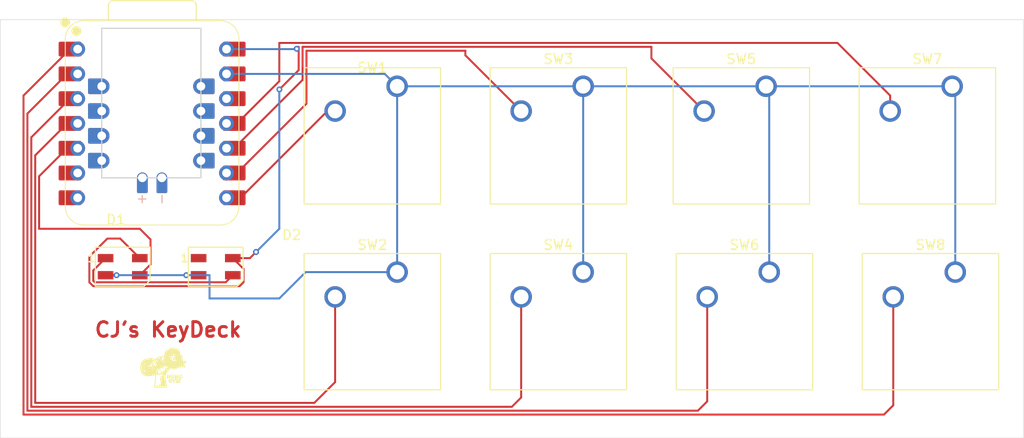
<source format=kicad_pcb>
(kicad_pcb (version 20240108) (generator "pcbnew") (generator_version "8.0")
  (layers (0 "F.Cu" signal) (31 "B.Cu" signal) (34 "B.Paste" user) (35 "F.Paste" user) (36 "B.SilkS" user "B.Silkscreen") (37 "F.SilkS" user "F.Silkscreen") (38 "B.Mask" user) (39 "F.Mask" user) (44 "Edge.Cuts" user))
  (net 0 "")
  (net 1 "Net-(D1-DIN)")
  (net 2 "Net-(D1-DOUT)")
  (net 3 "GND")
  (net 4 "+5V")
  (net 6 "Net-(U1-GPIO26{slash}ADC0{slash}A0)")
  (net 7 "Net-(U1-GPIO27{slash}ADC1{slash}A1)")
  (net 8 "Net-(U1-GPIO28{slash}ADC2{slash}A2)")
  (net 9 "Net-(U1-GPIO29{slash}ADC3{slash}A3)")
  (net 10 "Net-(U1-GPIO1{slash}RX)")
  (net 12 "Net-(U1-GPIO2{slash}SCK)")
  (net 13 "Net-(U1-GPIO4{slash}MISO)")
  (net 14 "Net-(U1-GPIO3{slash}MOSI)")
  (footprint "LED_SMD:LED_SK6812MINI_PLCC4_3.5x3.5mm_P1.75mm" (layer "F.Cu") (at 95.88125 108.6625)
    (property "Reference" "D1" (at -0.7 -4.81375 0) (layer "F.SilkS"))
    (property "Value" "SK6812MINI")
    (fp_text user "1" (at -3.2 -0.875 0) (layer "F.SilkS") (effects (font (size 0.8 0.8))))
    (pad "1" smd rect (at -1.75 -0.875) (size 1.6 0.85) (layers "F.Cu" "F.Paste" "F.Mask") (net 2 "Net-(D1-DOUT)"))
    (pad "2" smd rect (at -1.75 0.875) (size 1.6 0.85) (layers "F.Cu" "F.Paste" "F.Mask") (net 3 "GND"))
    (pad "3" smd rect (at 1.75 0.875) (size 1.6 0.85) (layers "F.Cu" "F.Paste" "F.Mask") (net 1 "Net-(D1-DIN)"))
    (pad "4" smd rect (at 1.75 -0.875) (size 1.6 0.85) (layers "F.Cu" "F.Paste" "F.Mask") (net 4 "+5V"))
  )
  (footprint "LED_SMD:LED_SK6812MINI_PLCC4_3.5x3.5mm_P1.75mm" (layer "F.Cu") (at 105.40625 108.6625)
    (property "Reference" "D2" (at 7.775 -3.25625 0) (layer "F.SilkS"))
    (property "Value" "SK6812MINI")
    (fp_text user "1" (at -3.2 -0.875 0) (layer "F.SilkS") (effects (font (size 0.8 0.8))))
    (pad "1" smd rect (at -1.75 -0.875) (size 1.6 0.85) (layers "F.Cu" "F.Paste" "F.Mask"))
    (pad "2" smd rect (at -1.75 0.875) (size 1.6 0.85) (layers "F.Cu" "F.Paste" "F.Mask") (net 3 "GND"))
    (pad "3" smd rect (at 1.75 0.875) (size 1.6 0.85) (layers "F.Cu" "F.Paste" "F.Mask") (net 2 "Net-(D1-DOUT)"))
    (pad "4" smd rect (at 1.75 -0.875) (size 1.6 0.85) (layers "F.Cu" "F.Paste" "F.Mask") (net 4 "+5V"))
  )
  (footprint "Button_Switch_Keyboard:SW_Cherry_MX_1.00u_PCB" (layer "F.Cu") (at 180.81625 90.17)
    (property "Reference" "SW7" (at -2.54 -2.794 0) (layer "F.SilkS"))
    (property "Value" "SW_Push")
    (pad "" np_thru_hole circle (at -7.62 5.08) (size 1.7 1.7) (drill 1.7) (layers "*.Cu" "*.Mask"))
    (pad "" np_thru_hole circle (at -2.54 5.08) (size 4 4) (drill 4) (layers "*.Cu" "*.Mask"))
    (pad "" np_thru_hole circle (at 2.54 5.08) (size 1.7 1.7) (drill 1.7) (layers "*.Cu" "*.Mask"))
    (pad "1" thru_hole circle (at 0 0) (size 2.2 2.2) (drill 1.5) (layers "*.Cu" "*.Mask") (net 3 "GND"))
    (pad "2" thru_hole circle (at -6.35 2.54) (size 2.2 2.2) (drill 1.5) (layers "*.Cu" "*.Mask") (net 14 "Net-(U1-GPIO3{slash}MOSI)"))
  )
  (footprint "Button_Switch_Keyboard:SW_Cherry_MX_1.00u_PCB" (layer "F.Cu") (at 181.13375 109.22)
    (property "Reference" "SW8" (at -2.54 -2.794 0) (layer "F.SilkS"))
    (property "Value" "SW_Push")
    (pad "" np_thru_hole circle (at -7.62 5.08) (size 1.7 1.7) (drill 1.7) (layers "*.Cu" "*.Mask"))
    (pad "" np_thru_hole circle (at -2.54 5.08) (size 4 4) (drill 4) (layers "*.Cu" "*.Mask"))
    (pad "" np_thru_hole circle (at 2.54 5.08) (size 1.7 1.7) (drill 1.7) (layers "*.Cu" "*.Mask"))
    (pad "1" thru_hole circle (at 0 0) (size 2.2 2.2) (drill 1.5) (layers "*.Cu" "*.Mask") (net 3 "GND"))
    (pad "2" thru_hole circle (at -6.35 2.54) (size 2.2 2.2) (drill 1.5) (layers "*.Cu" "*.Mask") (net 6 "Net-(U1-GPIO26{slash}ADC0{slash}A0)"))
  )
  (footprint "Button_Switch_Keyboard:SW_Cherry_MX_1.00u_PCB" (layer "F.Cu") (at 123.98375 90.17)
    (property "Reference" "SW1" (at -2.54 -1.905 0) (layer "F.SilkS"))
    (property "Value" "SW_Push")
    (pad "" np_thru_hole circle (at -7.62 5.08) (size 1.7 1.7) (drill 1.7) (layers "*.Cu" "*.Mask"))
    (pad "" np_thru_hole circle (at -2.54 5.08) (size 4 4) (drill 4) (layers "*.Cu" "*.Mask"))
    (pad "" np_thru_hole circle (at 2.54 5.08) (size 1.7 1.7) (drill 1.7) (layers "*.Cu" "*.Mask"))
    (pad "1" thru_hole circle (at 0 0) (size 2.2 2.2) (drill 1.5) (layers "*.Cu" "*.Mask") (net 3 "GND"))
    (pad "2" thru_hole circle (at -6.35 2.54) (size 2.2 2.2) (drill 1.5) (layers "*.Cu" "*.Mask") (net 10 "Net-(U1-GPIO1{slash}RX)"))
  )
  (footprint "Button_Switch_Keyboard:SW_Cherry_MX_1.00u_PCB" (layer "F.Cu") (at 161.76625 90.17)
    (property "Reference" "SW5" (at -2.54 -2.794 0) (layer "F.SilkS"))
    (property "Value" "SW_Push")
    (pad "" np_thru_hole circle (at -7.62 5.08) (size 1.7 1.7) (drill 1.7) (layers "*.Cu" "*.Mask"))
    (pad "" np_thru_hole circle (at -2.54 5.08) (size 4 4) (drill 4) (layers "*.Cu" "*.Mask"))
    (pad "" np_thru_hole circle (at 2.54 5.08) (size 1.7 1.7) (drill 1.7) (layers "*.Cu" "*.Mask"))
    (pad "1" thru_hole circle (at 0 0) (size 2.2 2.2) (drill 1.5) (layers "*.Cu" "*.Mask") (net 3 "GND"))
    (pad "2" thru_hole circle (at -6.35 2.54) (size 2.2 2.2) (drill 1.5) (layers "*.Cu" "*.Mask") (net 13 "Net-(U1-GPIO4{slash}MISO)"))
  )
  (footprint "Button_Switch_Keyboard:SW_Cherry_MX_1.00u_PCB" (layer "F.Cu") (at 162.08375 109.22)
    (property "Reference" "SW6" (at -2.54 -2.794 0) (layer "F.SilkS"))
    (property "Value" "SW_Push")
    (pad "" np_thru_hole circle (at -7.62 5.08) (size 1.7 1.7) (drill 1.7) (layers "*.Cu" "*.Mask"))
    (pad "" np_thru_hole circle (at -2.54 5.08) (size 4 4) (drill 4) (layers "*.Cu" "*.Mask"))
    (pad "" np_thru_hole circle (at 2.54 5.08) (size 1.7 1.7) (drill 1.7) (layers "*.Cu" "*.Mask"))
    (pad "1" thru_hole circle (at 0 0) (size 2.2 2.2) (drill 1.5) (layers "*.Cu" "*.Mask") (net 3 "GND"))
    (pad "2" thru_hole circle (at -6.35 2.54) (size 2.2 2.2) (drill 1.5) (layers "*.Cu" "*.Mask") (net 7 "Net-(U1-GPIO27{slash}ADC1{slash}A1)"))
  )
  (footprint "Button_Switch_Keyboard:SW_Cherry_MX_1.00u_PCB" (layer "F.Cu") (at 143.03375 90.17)
    (property "Reference" "SW3" (at -2.54 -2.794 0) (layer "F.SilkS"))
    (property "Value" "SW_Push")
    (pad "" np_thru_hole circle (at -7.62 5.08) (size 1.7 1.7) (drill 1.7) (layers "*.Cu" "*.Mask"))
    (pad "" np_thru_hole circle (at -2.54 5.08) (size 4 4) (drill 4) (layers "*.Cu" "*.Mask"))
    (pad "" np_thru_hole circle (at 2.54 5.08) (size 1.7 1.7) (drill 1.7) (layers "*.Cu" "*.Mask"))
    (pad "1" thru_hole circle (at 0 0) (size 2.2 2.2) (drill 1.5) (layers "*.Cu" "*.Mask") (net 3 "GND"))
    (pad "2" thru_hole circle (at -6.35 2.54) (size 2.2 2.2) (drill 1.5) (layers "*.Cu" "*.Mask") (net 12 "Net-(U1-GPIO2{slash}SCK)"))
  )
  (footprint "Button_Switch_Keyboard:SW_Cherry_MX_1.00u_PCB" (layer "F.Cu") (at 143.03375 109.22)
    (property "Reference" "SW4" (at -2.54 -2.794 0) (layer "F.SilkS"))
    (property "Value" "SW_Push")
    (pad "" np_thru_hole circle (at -7.62 5.08) (size 1.7 1.7) (drill 1.7) (layers "*.Cu" "*.Mask"))
    (pad "" np_thru_hole circle (at -2.54 5.08) (size 4 4) (drill 4) (layers "*.Cu" "*.Mask"))
    (pad "" np_thru_hole circle (at 2.54 5.08) (size 1.7 1.7) (drill 1.7) (layers "*.Cu" "*.Mask"))
    (pad "1" thru_hole circle (at 0 0) (size 2.2 2.2) (drill 1.5) (layers "*.Cu" "*.Mask") (net 3 "GND"))
    (pad "2" thru_hole circle (at -6.35 2.54) (size 2.2 2.2) (drill 1.5) (layers "*.Cu" "*.Mask") (net 8 "Net-(U1-GPIO28{slash}ADC2{slash}A2)"))
  )
  (footprint "OPL:robogym foot print" (layer "F.Cu") (at 100.0125 119.0625)
    (property "Reference" "G***" (at 0 0 0) (layer "F.SilkS") (effects (font (size 1.5 1.5) (thickness 0.3))))
    (property "Value" "LOGO" (hide yes))
  )
  (footprint "Button_Switch_Keyboard:SW_Cherry_MX_1.00u_PCB" (layer "F.Cu") (at 123.98375 109.22)
    (property "Reference" "SW2" (at -2.54 -2.794 0) (layer "F.SilkS"))
    (property "Value" "SW_Push")
    (pad "" np_thru_hole circle (at -7.62 5.08) (size 1.7 1.7) (drill 1.7) (layers "*.Cu" "*.Mask"))
    (pad "" np_thru_hole circle (at -2.54 5.08) (size 4 4) (drill 4) (layers "*.Cu" "*.Mask"))
    (pad "" np_thru_hole circle (at 2.54 5.08) (size 1.7 1.7) (drill 1.7) (layers "*.Cu" "*.Mask"))
    (pad "1" thru_hole circle (at 0 0) (size 2.2 2.2) (drill 1.5) (layers "*.Cu" "*.Mask") (net 3 "GND"))
    (pad "2" thru_hole circle (at -6.35 2.54) (size 2.2 2.2) (drill 1.5) (layers "*.Cu" "*.Mask") (net 9 "Net-(U1-GPIO29{slash}ADC3{slash}A3)"))
  )
  (footprint "OPL:XIAO-RP2350-DIP" (layer "F.Cu") (at 98.893494 93.9165)
    (property "Reference" "U1" (hide yes))
    (property "Value" "XIAO-RP2040-DIP" (hide yes))
    (fp_line (start -5.16 -9.6865) (end -5.16 5.638311) (stroke (width 0.12)) (layer "Edge.Cuts"))
    (fp_line (start -5.16 5.638311) (end 4.999006 5.638311) (stroke (width 0.12)) (layer "Edge.Cuts"))
    (fp_line (start 4.999006 -9.6865) (end -5.16 -9.6865) (stroke (width 0.12)) (layer "Edge.Cuts"))
    (fp_line (start 5 5.638311) (end 5 -9.6865) (stroke (width 0.12)) (layer "Edge.Cuts"))
    (pad "1" smd roundrect (at -8.405994 -7.5565 180) (size 2.332 1.524) (layers "F.Cu" "F.Mask") (roundrect_rratio 0.1) (net 6 "Net-(U1-GPIO26{slash}ADC0{slash}A0)"))
    (pad "1" thru_hole circle (at -7.620994 -7.5565 180) (size 1.524 1.524) (drill 0.889) (layers "*.Cu" "*.Mask") (net 6 "Net-(U1-GPIO26{slash}ADC0{slash}A0)"))
    (pad "2" smd roundrect (at -8.405994 -5.0165 180) (size 2.332 1.524) (layers "F.Cu" "F.Mask") (roundrect_rratio 0.1) (net 7 "Net-(U1-GPIO27{slash}ADC1{slash}A1)"))
    (pad "2" thru_hole circle (at -7.620994 -5.0165 180) (size 1.524 1.524) (drill 0.889) (layers "*.Cu" "*.Mask") (net 7 "Net-(U1-GPIO27{slash}ADC1{slash}A1)"))
    (pad "3" smd roundrect (at -8.405994 -2.4765 180) (size 2.332 1.524) (layers "F.Cu" "F.Mask") (roundrect_rratio 0.1) (net 8 "Net-(U1-GPIO28{slash}ADC2{slash}A2)"))
    (pad "3" thru_hole circle (at -7.620994 -2.4765 180) (size 1.524 1.524) (drill 0.889) (layers "*.Cu" "*.Mask") (net 8 "Net-(U1-GPIO28{slash}ADC2{slash}A2)"))
    (pad "4" smd roundrect (at -8.405994 0.0635 180) (size 2.332 1.524) (layers "F.Cu" "F.Mask") (roundrect_rratio 0.1) (net 9 "Net-(U1-GPIO29{slash}ADC3{slash}A3)"))
    (pad "4" thru_hole circle (at -7.620994 0.0635 180) (size 1.524 1.524) (drill 0.889) (layers "*.Cu" "*.Mask") (net 9 "Net-(U1-GPIO29{slash}ADC3{slash}A3)"))
    (pad "5" smd roundrect (at -8.405994 2.6035 180) (size 2.332 1.524) (layers "F.Cu" "F.Mask") (roundrect_rratio 0.1) (net 1 "Net-(D1-DIN)"))
    (pad "5" thru_hole circle (at -7.620994 2.6035 180) (size 1.524 1.524) (drill 0.889) (layers "*.Cu" "*.Mask") (net 1 "Net-(D1-DIN)"))
    (pad "6" smd roundrect (at -8.405994 5.1435 180) (size 2.332 1.524) (layers "F.Cu" "F.Mask") (roundrect_rratio 0.1))
    (pad "6" thru_hole circle (at -7.620994 5.1435 180) (size 1.524 1.524) (drill 0.889) (layers "*.Cu" "*.Mask"))
    (pad "7" smd roundrect (at -8.405994 7.6835 180) (size 2.332 1.524) (layers "F.Cu" "F.Mask") (roundrect_rratio 0.1))
    (pad "7" thru_hole circle (at -7.620994 7.6835 180) (size 1.524 1.524) (drill 0.889) (layers "*.Cu" "*.Mask"))
    (pad "8" thru_hole circle (at 7.619006 7.6835) (size 1.524 1.524) (drill 0.889) (layers "*.Cu" "*.Mask") (net 10 "Net-(U1-GPIO1{slash}RX)"))
    (pad "8" smd roundrect (at 8.404006 7.6835) (size 2.332 1.524) (layers "F.Cu" "F.Mask") (roundrect_rratio 0.1) (net 10 "Net-(U1-GPIO1{slash}RX)"))
    (pad "9" thru_hole circle (at 7.619006 5.1435) (size 1.524 1.524) (drill 0.889) (layers "*.Cu" "*.Mask") (net 12 "Net-(U1-GPIO2{slash}SCK)"))
    (pad "9" smd roundrect (at 8.404006 5.1435) (size 2.332 1.524) (layers "F.Cu" "F.Mask") (roundrect_rratio 0.1) (net 12 "Net-(U1-GPIO2{slash}SCK)"))
    (pad "10" thru_hole circle (at 7.619006 2.6035) (size 1.524 1.524) (drill 0.889) (layers "*.Cu" "*.Mask") (net 13 "Net-(U1-GPIO4{slash}MISO)"))
    (pad "10" smd roundrect (at 8.404006 2.6035) (size 2.332 1.524) (layers "F.Cu" "F.Mask") (roundrect_rratio 0.1) (net 13 "Net-(U1-GPIO4{slash}MISO)"))
    (pad "11" thru_hole circle (at 7.619006 0.0635) (size 1.524 1.524) (drill 0.889) (layers "*.Cu" "*.Mask") (net 14 "Net-(U1-GPIO3{slash}MOSI)"))
    (pad "11" smd roundrect (at 8.404006 0.0635) (size 2.332 1.524) (layers "F.Cu" "F.Mask") (roundrect_rratio 0.1) (net 14 "Net-(U1-GPIO3{slash}MOSI)"))
    (pad "12" thru_hole circle (at 7.619006 -2.4765) (size 1.524 1.524) (drill 0.889) (layers "*.Cu" "*.Mask"))
    (pad "12" smd roundrect (at 8.404006 -2.4765) (size 2.332 1.524) (layers "F.Cu" "F.Mask") (roundrect_rratio 0.1))
    (pad "13" thru_hole circle (at 7.619006 -5.0165) (size 1.524 1.524) (drill 0.889) (layers "*.Cu" "*.Mask") (net 3 "GND"))
    (pad "13" smd roundrect (at 8.404006 -5.0165) (size 2.332 1.524) (layers "F.Cu" "F.Mask") (roundrect_rratio 0.1) (net 3 "GND"))
    (pad "14" thru_hole circle (at 7.619006 -7.5565) (size 1.524 1.524) (drill 0.889) (layers "*.Cu" "*.Mask") (net 4 "+5V"))
    (pad "14" smd roundrect (at 8.404006 -7.5565) (size 2.332 1.524) (layers "F.Cu" "F.Mask") (roundrect_rratio 0.1) (net 4 "+5V"))
    (pad "15" thru_hole circle (at 5 -3.7465 180) (size 1.6 1.6) (drill 0.889) (layers "*.Cu" "*.Mask"))
    (pad "15" smd roundrect (at 5.699006 -3.7465) (size 1.4 1.6) (layers "F.Cu" "F.Mask") (roundrect_rratio 0.1))
    (pad "15" smd roundrect (at 5.699006 -3.7465 180) (size 1.4 1.6) (layers "B.Cu" "B.Paste" "B.Mask") (roundrect_rratio 0.1))
    (pad "16" thru_hole circle (at 5 -1.2065 180) (size 1.6 1.6) (drill 0.889) (layers "*.Cu" "*.Mask"))
    (pad "16" smd roundrect (at 5.699006 -1.2065) (size 1.4 1.6) (layers "F.Cu" "F.Mask") (roundrect_rratio 0.1))
    (pad "16" smd roundrect (at 5.699006 -1.2065 180) (size 1.4 1.6) (layers "B.Cu" "B.Paste" "B.Mask") (roundrect_rratio 0.1))
    (pad "17" thru_hole circle (at 5 1.3335 180) (size 1.6 1.6) (drill 0.889) (layers "*.Cu" "*.Mask"))
    (pad "17" smd roundrect (at 5.699006 1.3335) (size 1.4 1.6) (layers "F.Cu" "F.Mask") (roundrect_rratio 0.1))
    (pad "17" smd roundrect (at 5.699006 1.3335 180) (size 1.4 1.6) (layers "B.Cu" "B.Paste" "B.Mask") (roundrect_rratio 0.1))
    (pad "18" thru_hole circle (at 5 3.8735 180) (size 1.6 1.6) (drill 0.889) (layers "*.Cu" "*.Mask"))
    (pad "18" smd roundrect (at 5.699006 3.8735) (size 1.4 1.6) (layers "F.Cu" "F.Mask") (roundrect_rratio 0.1))
    (pad "18" smd roundrect (at 5.699006 3.8735 180) (size 1.4 1.6) (layers "B.Cu" "B.Paste" "B.Mask") (roundrect_rratio 0.1))
    (pad "19" smd roundrect (at -5.86 3.8735) (size 1.4 1.6) (layers "F.Cu" "F.Mask") (roundrect_rratio 0.1))
    (pad "19" smd roundrect (at -5.86 3.8735 180) (size 1.4 1.6) (layers "B.Cu" "B.Paste" "B.Mask") (roundrect_rratio 0.1))
    (pad "19" thru_hole circle (at -5.16 3.8735 180) (size 1.6 1.6) (drill 0.889) (layers "*.Cu" "*.Mask"))
    (pad "20" smd roundrect (at -5.86 1.3335) (size 1.4 1.6) (layers "F.Cu" "F.Mask") (roundrect_rratio 0.1))
    (pad "20" smd roundrect (at -5.86 1.3335 180) (size 1.4 1.6) (layers "B.Cu" "B.Paste" "B.Mask") (roundrect_rratio 0.1))
    (pad "20" thru_hole circle (at -5.16 1.3335 180) (size 1.6 1.6) (drill 0.889) (layers "*.Cu" "*.Mask"))
    (pad "21" smd roundrect (at -5.86 -1.2065) (size 1.4 1.6) (layers "F.Cu" "F.Mask") (roundrect_rratio 0.1))
    (pad "21" smd roundrect (at -5.86 -1.2065 180) (size 1.4 1.6) (layers "B.Cu" "B.Paste" "B.Mask") (roundrect_rratio 0.1))
    (pad "21" thru_hole circle (at -5.16 -1.2065 180) (size 1.6 1.6) (drill 0.889) (layers "*.Cu" "*.Mask"))
    (pad "22" smd roundrect (at -5.86 -3.7465) (size 1.4 1.6) (layers "F.Cu" "F.Mask") (roundrect_rratio 0.1))
    (pad "22" smd roundrect (at -5.86 -3.7465 180) (size 1.4 1.6) (layers "B.Cu" "B.Paste" "B.Mask") (roundrect_rratio 0.1))
    (pad "22" thru_hole circle (at -5.16 -3.7465 180) (size 1.6 1.6) (drill 0.889) (layers "*.Cu" "*.Mask"))
    (pad "23" thru_hole circle (at -1.000994 5.638311 180) (size 1.1 1.1) (drill 0.889) (layers "*.Cu" "*.Mask"))
    (pad "23" smd roundrect (at -1.000994 6.3935 270) (size 1.6 1.1) (layers "F.Cu" "F.Mask") (roundrect_rratio 0.1))
    (pad "23" smd roundrect (at -1.000994 6.3935 270) (size 1.6 1.1) (layers "B.Cu" "B.Paste" "B.Mask") (roundrect_rratio 0.1))
    (pad "24" thru_hole circle (at 0.999006 5.638311 180) (size 1.1 1.1) (drill 0.889) (layers "*.Cu" "*.Mask"))
    (pad "24" smd roundrect (at 0.999006 6.3935 270) (size 1.6 1.1) (layers "F.Cu" "F.Mask") (roundrect_rratio 0.1))
    (pad "24" smd roundrect (at 0.999006 6.3935 270) (size 1.6 1.1) (layers "B.Cu" "B.Paste" "B.Mask") (roundrect_rratio 0.1))
  )
  (gr_rect (start 83.34375 83.34375) (end 188.11875 126.20625) (stroke (width 0.05)) (fill none) (layer "Edge.Cuts"))
  (gr_text "CJ's KeyDeck" (at 92.86875 116 0) (layer "F.Cu") (effects (font (size 1.5 1.5) (thickness 0.3) (bold yes)) (justify left bottom)))
  (segment (start 87.325 99.38987) (end 90.19487 96.52) (width 0.2) (layer "F.Cu") (net 1))
  (segment (start 87.325 104.775) (end 87.325 99.38987) (width 0.2) (layer "F.Cu") (net 1))
  (segment (start 97.63125 104.775) (end 87.325 104.775) (width 0.2) (layer "F.Cu") (net 1))
  (segment (start 98.73125 108.4375) (end 98.73125 105.875) (width 0.2) (layer "F.Cu") (net 1))
  (segment (start 98.73125 105.875) (end 97.63125 104.775) (width 0.2) (layer "F.Cu") (net 1))
  (segment (start 90.19487 96.52) (end 91.2725 96.52) (width 0.2) (layer "F.Cu") (net 1))
  (segment (start 97.63125 109.5375) (end 98.73125 108.4375) (width 0.2) (layer "F.Cu") (net 1))
  (segment (start 106.43125 110.2625) (end 93.03125 110.2625) (width 0.2) (layer "F.Cu") (net 2))
  (segment (start 93.03125 110.2625) (end 92.86875 110.1) (width 0.2) (layer "F.Cu") (net 2))
  (segment (start 92.86875 110.1) (end 92.86875 109.05) (width 0.2) (layer "F.Cu") (net 2))
  (segment (start 107.15625 109.5375) (end 106.43125 110.2625) (width 0.2) (layer "F.Cu") (net 2))
  (segment (start 92.86875 109.05) (end 94.13125 107.7875) (width 0.2) (layer "F.Cu") (net 2))
  (segment (start 94.13125 109.5375) (end 95.25 109.5375) (width 0.2) (layer "F.Cu") (net 3))
  (segment (start 103.65625 109.5375) (end 102.39375 109.5375) (width 0.2) (layer "F.Cu") (net 3))
  (via (at 102.39375 109.5375) (size 0.6) (drill 0.3) (layers "F.Cu" "B.Cu") (net 3))
  (via (at 95.25 109.5375) (size 0.6) (drill 0.3) (layers "F.Cu" "B.Cu") (net 3))
  (segment (start 111.91875 111.91875) (end 114.6175 109.22) (width 0.2) (layer "B.Cu") (net 3))
  (segment (start 95.25 109.5375) (end 104.775 109.5375) (width 0.2) (layer "B.Cu") (net 3))
  (segment (start 162.08375 109.22) (end 162.08375 90.4875) (width 0.2) (layer "B.Cu") (net 3))
  (segment (start 114.6175 109.22) (end 123.98375 109.22) (width 0.2) (layer "B.Cu") (net 3))
  (segment (start 180.81625 90.17) (end 161.76625 90.17) (width 0.2) (layer "B.Cu") (net 3))
  (segment (start 181.13375 90.4875) (end 180.81625 90.17) (width 0.2) (layer "B.Cu") (net 3))
  (segment (start 162.08375 90.4875) (end 161.76625 90.17) (width 0.2) (layer "B.Cu") (net 3))
  (segment (start 104.775 111.91875) (end 111.91875 111.91875) (width 0.2) (layer "B.Cu") (net 3))
  (segment (start 122.71375 88.9) (end 106.5125 88.9) (width 0.2) (layer "B.Cu") (net 3))
  (segment (start 181.13375 109.22) (end 181.13375 90.4875) (width 0.2) (layer "B.Cu") (net 3))
  (segment (start 123.98375 109.22) (end 123.98375 90.17) (width 0.2) (layer "B.Cu") (net 3))
  (segment (start 123.98375 90.17) (end 122.71375 88.9) (width 0.2) (layer "B.Cu") (net 3))
  (segment (start 104.775 109.5375) (end 104.775 111.91875) (width 0.2) (layer "B.Cu") (net 3))
  (segment (start 143.03375 109.22) (end 143.03375 90.17) (width 0.2) (layer "B.Cu") (net 3))
  (segment (start 143.03375 90.17) (end 123.98375 90.17) (width 0.2) (layer "B.Cu") (net 3))
  (segment (start 161.76625 90.17) (end 143.03375 90.17) (width 0.2) (layer "B.Cu") (net 3))
  (segment (start 108.25625 110.2625) (end 108.25625 108.8875) (width 0.2) (layer "F.Cu") (net 4))
  (segment (start 92.46875 110.265686) (end 92.865564 110.6625) (width 0.2) (layer "F.Cu") (net 4))
  (segment (start 111.924955 90.493705) (end 113.9 88.51866) (width 0.2) (layer "F.Cu") (net 4))
  (segment (start 94.3125 105.78125) (end 92.46875 107.625) (width 0.2) (layer "F.Cu") (net 4))
  (segment (start 107.85625 110.6625) (end 108.25625 110.2625) (width 0.2) (layer "F.Cu") (net 4))
  (segment (start 92.865564 110.6625) (end 107.85625 110.6625) (width 0.2) (layer "F.Cu") (net 4))
  (segment (start 113.9 86.125) (end 113.7 86.325) (width 0.2) (layer "F.Cu") (net 4))
  (segment (start 108.90625 107.7875) (end 109.5375 107.15625) (width 0.2) (layer "F.Cu") (net 4))
  (segment (start 113.9 88.51866) (end 113.9 86.125) (width 0.2) (layer "F.Cu") (net 4))
  (segment (start 95.625 105.78125) (end 94.3125 105.78125) (width 0.2) (layer "F.Cu") (net 4))
  (segment (start 97.63125 107.7875) (end 95.625 105.78125) (width 0.2) (layer "F.Cu") (net 4))
  (segment (start 92.46875 107.625) (end 92.46875 110.265686) (width 0.2) (layer "F.Cu") (net 4))
  (segment (start 108.25625 108.8875) (end 107.15625 107.7875) (width 0.2) (layer "F.Cu") (net 4))
  (segment (start 107.15625 107.7875) (end 108.90625 107.7875) (width 0.2) (layer "F.Cu") (net 4))
  (via (at 109.5375 107.15625) (size 0.6) (drill 0.3) (layers "F.Cu" "B.Cu") (net 4))
  (via (at 113.7 86.325) (size 0.6) (drill 0.3) (layers "F.Cu" "B.Cu") (net 4))
  (via (at 109.5375 107.15625) (size 0.6) (drill 0.3) (layers "F.Cu" "B.Cu") (net 4))
  (via (at 111.924955 90.493705) (size 0.6) (drill 0.3) (layers "F.Cu" "B.Cu") (net 4))
  (segment (start 111.91875 90.4875) (end 111.924955 90.493705) (width 0.2) (layer "B.Cu") (net 4))
  (segment (start 109.5375 107.15625) (end 111.91875 104.775) (width 0.2) (layer "B.Cu") (net 4))
  (segment (start 111.91875 104.775) (end 111.91875 90.4875) (width 0.2) (layer "B.Cu") (net 4))
  (segment (start 113.665 86.36) (end 106.5125 86.36) (width 0.2) (layer "B.Cu") (net 4))
  (segment (start 113.7 86.325) (end 113.665 86.36) (width 0.2) (layer "B.Cu") (net 4))
  (segment (start 85.725 91.1225) (end 90.4875 86.36) (width 0.2) (layer "F.Cu") (net 6))
  (segment (start 174.78375 122.8725) (end 173.83125 123.825) (width 0.2) (layer "F.Cu") (net 6))
  (segment (start 174.78375 111.76) (end 174.78375 122.8725) (width 0.2) (layer "F.Cu") (net 6))
  (segment (start 85.725 123.825) (end 85.725 91.1225) (width 0.2) (layer "F.Cu") (net 6))
  (segment (start 173.83125 123.825) (end 85.725 123.825) (width 0.2) (layer "F.Cu") (net 6))
  (segment (start 155.73375 122.4725) (end 154.78125 123.425) (width 0.2) (layer "F.Cu") (net 7))
  (segment (start 154.78125 123.425) (end 86.125 123.425) (width 0.2) (layer "F.Cu") (net 7))
  (segment (start 86.125 123.425) (end 86.125 92.96987) (width 0.2) (layer "F.Cu") (net 7))
  (segment (start 155.73375 111.76) (end 155.73375 122.4725) (width 0.2) (layer "F.Cu") (net 7))
  (segment (start 86.125 92.96987) (end 90.19487 88.9) (width 0.2) (layer "F.Cu") (net 7))
  (segment (start 90.19487 88.9) (end 91.2725 88.9) (width 0.2) (layer "F.Cu") (net 7))
  (segment (start 136.68375 122.0725) (end 135.73125 123.025) (width 0.2) (layer "F.Cu") (net 8))
  (segment (start 86.525 95.4025) (end 90.4875 91.44) (width 0.2) (layer "F.Cu") (net 8))
  (segment (start 135.73125 123.025) (end 86.525 123.025) (width 0.2) (layer "F.Cu") (net 8))
  (segment (start 86.525 123.025) (end 86.525 95.4025) (width 0.2) (layer "F.Cu") (net 8))
  (segment (start 136.68375 111.76) (end 136.68375 122.0725) (width 0.2) (layer "F.Cu") (net 8))
  (segment (start 91.2725 93.98) (end 90.19487 93.98) (width 0.2) (layer "F.Cu") (net 9))
  (segment (start 90.19487 93.98) (end 86.925 97.24987) (width 0.2) (layer "F.Cu") (net 9))
  (segment (start 115.5 122.625) (end 117.63375 120.49125) (width 0.2) (layer "F.Cu") (net 9))
  (segment (start 86.925 97.24987) (end 86.925 122.625) (width 0.2) (layer "F.Cu") (net 9))
  (segment (start 117.63375 120.49125) (end 117.63375 111.76) (width 0.2) (layer "F.Cu") (net 9))
  (segment (start 86.925 122.625) (end 115.5 122.625) (width 0.2) (layer "F.Cu") (net 9))
  (segment (start 117.63375 92.71) (end 116.84 92.71) (width 0.2) (layer "F.Cu") (net 10))
  (segment (start 116.84 92.71) (end 107.95 101.6) (width 0.2) (layer "F.Cu") (net 10))
  (segment (start 107.95 101.6) (end 106.5125 101.6) (width 0.2) (layer "F.Cu") (net 10))
  (segment (start 130.96875 86.995) (end 130.96875 86.525) (width 0.2) (layer "F.Cu") (net 12))
  (segment (start 114.7 91.95013) (end 107.59013 99.06) (width 0.2) (layer "F.Cu") (net 12))
  (segment (start 107.59013 99.06) (end 106.5125 99.06) (width 0.2) (layer "F.Cu") (net 12))
  (segment (start 136.68375 92.71) (end 130.96875 86.995) (width 0.2) (layer "F.Cu") (net 12))
  (segment (start 114.7 86.525) (end 114.7 91.95013) (width 0.2) (layer "F.Cu") (net 12))
  (segment (start 130.96875 86.525) (end 114.7 86.525) (width 0.2) (layer "F.Cu") (net 12))
  (segment (start 150.01875 86.125) (end 114.3 86.125) (width 0.2) (layer "F.Cu") (net 13))
  (segment (start 114.3 89.5175) (end 107.2975 96.52) (width 0.2) (layer "F.Cu") (net 13))
  (segment (start 150.01875 87.3125) (end 150.01875 86.125) (width 0.2) (layer "F.Cu") (net 13))
  (segment (start 114.3 86.125) (end 114.3 89.5175) (width 0.2) (layer "F.Cu") (net 13))
  (segment (start 155.41625 92.71) (end 150.01875 87.3125) (width 0.2) (layer "F.Cu") (net 13))
  (segment (start 107.59013 93.98) (end 106.5125 93.98) (width 0.2) (layer "F.Cu") (net 14))
  (segment (start 174.46625 91.1225) (end 169.06875 85.725) (width 0.2) (layer "F.Cu") (net 14))
  (segment (start 169.06875 85.725) (end 111.91875 85.725) (width 0.2) (layer "F.Cu") (net 14))
  (segment (start 111.91875 89.65138) (end 107.59013 93.98) (width 0.2) (layer "F.Cu") (net 14))
  (segment (start 174.46625 92.71) (end 174.46625 91.1225) (width 0.2) (layer "F.Cu") (net 14))
  (segment (start 111.91875 85.725) (end 111.91875 89.65138) (width 0.2) (layer "F.Cu") (net 14))
)
</source>
